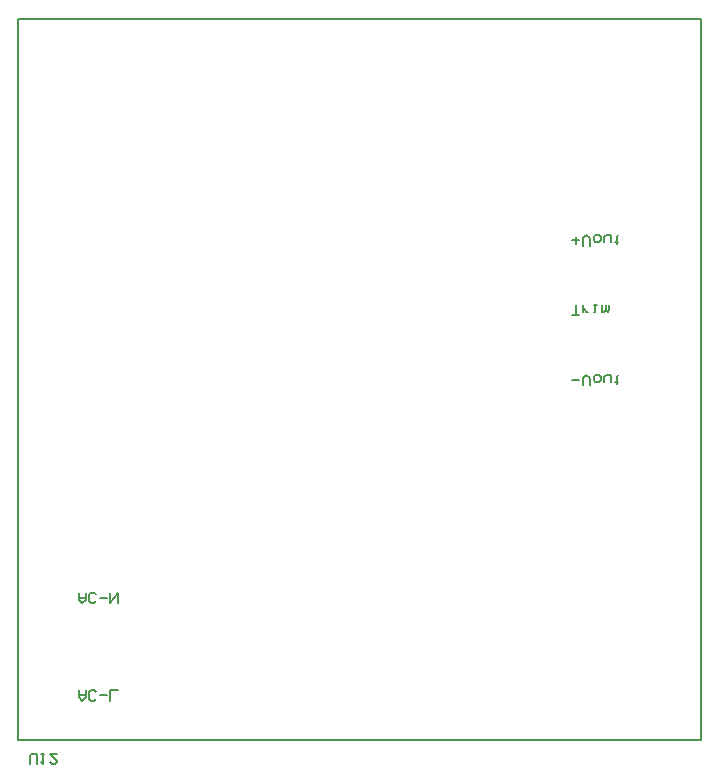
<source format=gbo>
G04*
G04 #@! TF.GenerationSoftware,Altium Limited,Altium Designer,21.8.1 (53)*
G04*
G04 Layer_Color=32896*
%FSLAX25Y25*%
%MOIN*%
G70*
G04*
G04 #@! TF.SameCoordinates,3454F2FE-2F19-4CCB-A9DF-A7C270953791*
G04*
G04*
G04 #@! TF.FilePolarity,Positive*
G04*
G01*
G75*
%ADD10C,0.00787*%
%ADD20C,0.00709*%
D10*
X16324Y214567D02*
X243883D01*
Y-25591D02*
Y214567D01*
X16324Y-25591D02*
X243883D01*
X16324D02*
Y214567D01*
X36403Y-9055D02*
Y-11417D01*
X37583Y-12597D01*
X38764Y-11417D01*
Y-9055D01*
Y-10826D01*
X36403D01*
X42306Y-12007D02*
X41716Y-12597D01*
X40535D01*
X39945Y-12007D01*
Y-9646D01*
X40535Y-9055D01*
X41716D01*
X42306Y-9646D01*
X43487Y-10826D02*
X45848D01*
X47029Y-12597D02*
Y-9055D01*
X49391D01*
X36403Y23464D02*
Y21103D01*
X37583Y19922D01*
X38764Y21103D01*
Y23464D01*
Y21693D01*
X36403D01*
X42306Y20513D02*
X41716Y19922D01*
X40535D01*
X39945Y20513D01*
Y22874D01*
X40535Y23464D01*
X41716D01*
X42306Y22874D01*
X43487Y21693D02*
X45848D01*
X47029Y23464D02*
Y19922D01*
X49391Y23464D01*
Y19922D01*
X200970Y94292D02*
X203331D01*
X204512Y92521D02*
Y94882D01*
X205693Y96063D01*
X206873Y94882D01*
Y92521D01*
X208644Y96063D02*
X209825D01*
X210415Y95473D01*
Y94292D01*
X209825Y93701D01*
X208644D01*
X208054Y94292D01*
Y95473D01*
X208644Y96063D01*
X211596Y93701D02*
Y95473D01*
X212186Y96063D01*
X213958D01*
Y93701D01*
X215729Y93111D02*
Y93701D01*
X215138D01*
X216319D01*
X215729D01*
Y95473D01*
X216319Y96063D01*
X200970Y115828D02*
X203331D01*
X202150D01*
Y119370D01*
X204512Y117009D02*
Y119370D01*
Y118189D01*
X205102Y117599D01*
X205693Y117009D01*
X206283D01*
X208054Y119370D02*
X209235D01*
X208644D01*
Y117009D01*
X208054D01*
X211006Y119370D02*
Y117009D01*
X211596D01*
X212186Y117599D01*
Y119370D01*
Y117599D01*
X212777Y117009D01*
X213367Y117599D01*
Y119370D01*
X200970Y140906D02*
X203331D01*
X202150Y139725D02*
Y142087D01*
X204512Y139135D02*
Y141496D01*
X205693Y142677D01*
X206873Y141496D01*
Y139135D01*
X208644Y142677D02*
X209825D01*
X210415Y142087D01*
Y140906D01*
X209825Y140316D01*
X208644D01*
X208054Y140906D01*
Y142087D01*
X208644Y142677D01*
X211596Y140316D02*
Y142087D01*
X212186Y142677D01*
X213958D01*
Y140316D01*
X215729Y139725D02*
Y140316D01*
X215138D01*
X216319D01*
X215729D01*
Y142087D01*
X216319Y142677D01*
D20*
X20323Y-33759D02*
Y-30807D01*
X20913Y-30217D01*
X22094D01*
X22684Y-30807D01*
Y-33759D01*
X23865Y-30217D02*
X25046D01*
X24455D01*
Y-33759D01*
X23865Y-33168D01*
X29178Y-30217D02*
X26817D01*
X29178Y-32578D01*
Y-33168D01*
X28588Y-33759D01*
X27407D01*
X26817Y-33168D01*
M02*

</source>
